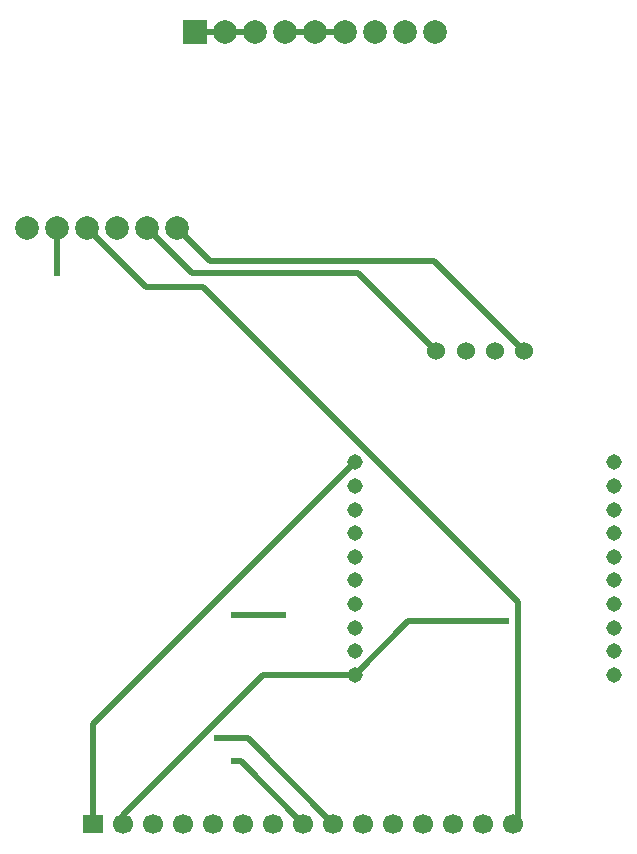
<source format=gtl>
G04 Layer: TopLayer*
G04 EasyEDA v6.5.42, 2024-04-05 23:01:38*
G04 19b4a430252b4fb6b2096f344fa6e171,45826c4407594220944428adbfc87ba6,10*
G04 Gerber Generator version 0.2*
G04 Scale: 100 percent, Rotated: No, Reflected: No *
G04 Dimensions in millimeters *
G04 leading zeros omitted , absolute positions ,4 integer and 5 decimal *
%FSLAX45Y45*%
%MOMM*%

%ADD10C,0.5000*%
%ADD11C,1.3081*%
%ADD12C,2.0000*%
%ADD13C,1.7000*%
%ADD14R,1.7000X1.5748*%
%ADD15C,1.5240*%
%ADD16R,2.0000X2.0000*%
%ADD17C,0.6100*%

%LPD*%
D10*
X5578889Y7058329D02*
G01*
X5990826Y7058329D01*
X6515107Y12001500D02*
G01*
X6261107Y12001500D01*
X6261107Y12001500D02*
G01*
X6007107Y12001500D01*
X8032300Y9296400D02*
G01*
X7268573Y10060127D01*
X5370380Y10060127D01*
X5092707Y10337800D01*
X6596209Y6554901D02*
G01*
X5819782Y6554901D01*
X4635507Y5370626D01*
X4635507Y5295900D01*
X7876420Y7009282D02*
G01*
X7050590Y7009282D01*
X6596209Y6554901D01*
X5753107Y12001500D02*
G01*
X5499107Y12001500D01*
X5499107Y12001500D02*
G01*
X5245107Y12001500D01*
X4838707Y10337800D02*
G01*
X5216558Y9959949D01*
X6624759Y9959949D01*
X7288309Y9296400D01*
X6596209Y8354898D02*
G01*
X4381507Y6140195D01*
X4381507Y5295900D01*
X7937507Y5295900D02*
G01*
X7982084Y5340477D01*
X7982084Y7170953D01*
X5316913Y9836124D01*
X4832383Y9836124D01*
X4330707Y10337800D01*
X6159507Y5295900D02*
G01*
X5631492Y5823915D01*
X5572513Y5823915D01*
X6413507Y5295900D02*
G01*
X5690191Y6019215D01*
X5433524Y6019215D01*
X4076707Y10337800D02*
G01*
X4076707Y9958120D01*
X4078231Y9956596D01*
D11*
G01*
X6596202Y8354898D03*
G01*
X6596202Y8154898D03*
G01*
X6596202Y7954898D03*
G01*
X6596202Y7754899D03*
G01*
X6596202Y7554899D03*
G01*
X6596202Y7354900D03*
G01*
X6596202Y7154900D03*
G01*
X6596202Y6954901D03*
G01*
X6596202Y6754901D03*
G01*
X6596202Y6554901D03*
G01*
X8796197Y6554901D03*
G01*
X8796197Y6754901D03*
G01*
X8796197Y6954901D03*
G01*
X8796197Y7154900D03*
G01*
X8796197Y7354900D03*
G01*
X8796197Y7554899D03*
G01*
X8796197Y7754899D03*
G01*
X8796197Y7954898D03*
G01*
X8796197Y8154898D03*
G01*
X8796197Y8354898D03*
D12*
G01*
X5092700Y10337800D03*
G01*
X4838700Y10337800D03*
G01*
X4584700Y10337800D03*
G01*
X4330700Y10337800D03*
G01*
X4076700Y10337800D03*
G01*
X3822700Y10337800D03*
D13*
G01*
X7937500Y5295900D03*
G01*
X7683500Y5295900D03*
G01*
X7429500Y5295900D03*
G01*
X7175500Y5295900D03*
G01*
X6921500Y5295900D03*
G01*
X6667500Y5295900D03*
G01*
X6413500Y5295900D03*
G01*
X6159500Y5295900D03*
G01*
X5905500Y5295900D03*
G01*
X5651500Y5295900D03*
G01*
X5397500Y5295900D03*
G01*
X5143500Y5295900D03*
G01*
X4889500Y5295900D03*
G01*
X4635500Y5295900D03*
D14*
G01*
X4381500Y5295900D03*
D15*
G01*
X7288301Y9296400D03*
G01*
X7536306Y9296400D03*
G01*
X7784312Y9296400D03*
G01*
X8032292Y9296400D03*
D16*
G01*
X5245100Y12001500D03*
D12*
G01*
X5499100Y12001500D03*
G01*
X5753100Y12001500D03*
G01*
X6007100Y12001500D03*
G01*
X6261100Y12001500D03*
G01*
X6515100Y12001500D03*
G01*
X6769100Y12001500D03*
G01*
X7023100Y12001500D03*
G01*
X7277100Y12001500D03*
D17*
G01*
X4078231Y9956596D03*
G01*
X5433524Y6019215D03*
G01*
X5572513Y5823915D03*
G01*
X7876420Y7009282D03*
G01*
X5578889Y7058329D03*
G01*
X5990826Y7058329D03*
M02*

</source>
